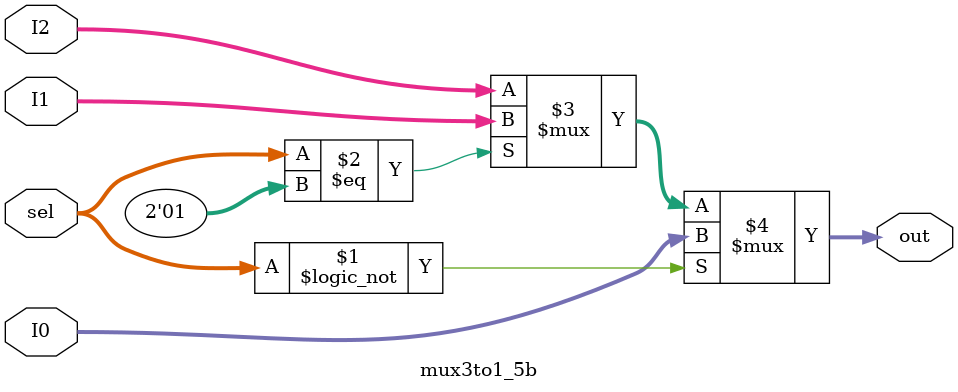
<source format=v>
module mux3to1_5b (input [4:0] I0, I1, I2, input [1:0]  sel,output [4:0] out);
    assign out = (sel == 2'b00) ? I0:
		 (sel == 2'b01) ? I1: I2;
endmodule

</source>
